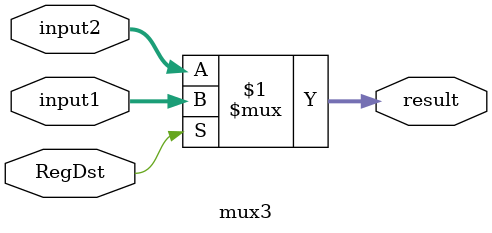
<source format=v>
`timescale 1ns / 1ps


module mux3(
    input RegDst,
    input [20:16] input1,
    input [15:11] input2,
    output [4:0] result
    );
    
    assign result = RegDst? input1:input2;
    
endmodule

</source>
